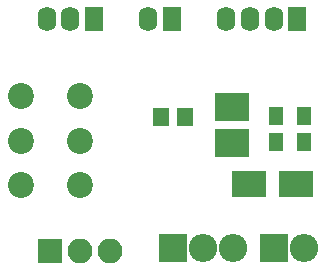
<source format=gbs>
G04 #@! TF.FileFunction,Soldermask,Bot*
%FSLAX46Y46*%
G04 Gerber Fmt 4.6, Leading zero omitted, Abs format (unit mm)*
G04 Created by KiCad (PCBNEW 4.0.4-1.fc24-product) date Thu Mar  1 09:36:58 2018*
%MOMM*%
%LPD*%
G01*
G04 APERTURE LIST*
%ADD10C,0.100000*%
%ADD11R,1.600000X2.100000*%
%ADD12O,1.600000X2.100000*%
%ADD13O,2.398980X2.398980*%
%ADD14R,2.398980X2.398980*%
%ADD15R,1.300000X1.600000*%
%ADD16R,2.899360X2.200860*%
%ADD17C,2.200000*%
%ADD18R,1.400000X1.650000*%
%ADD19R,2.899360X2.350720*%
%ADD20R,2.100000X2.100000*%
%ADD21O,2.100000X2.100000*%
G04 APERTURE END LIST*
D10*
D11*
X176400000Y-73300000D03*
D12*
X174400000Y-73300000D03*
X172400000Y-73300000D03*
X170400000Y-73300000D03*
D13*
X171000000Y-92700000D03*
D14*
X165920000Y-92700000D03*
D13*
X168460000Y-92700000D03*
X176940000Y-92700000D03*
D14*
X174400000Y-92700000D03*
D11*
X165800000Y-73300000D03*
D12*
X163800000Y-73300000D03*
D15*
X177000000Y-83700000D03*
X177000000Y-81500000D03*
X174600000Y-81500000D03*
X174600000Y-83700000D03*
D16*
X176298980Y-87300000D03*
X172301020Y-87300000D03*
D11*
X159200000Y-73300000D03*
D12*
X157200000Y-73300000D03*
X155200000Y-73300000D03*
D17*
X153000000Y-79850000D03*
X153000000Y-83600000D03*
X153000000Y-87350000D03*
X158000000Y-79850000D03*
X158000000Y-83600000D03*
X158000000Y-87350000D03*
D18*
X166900000Y-81600000D03*
X164900000Y-81600000D03*
D19*
X170900000Y-80776000D03*
X170900000Y-83824000D03*
D20*
X155460000Y-92950000D03*
D21*
X158000000Y-92950000D03*
X160540000Y-92950000D03*
M02*

</source>
